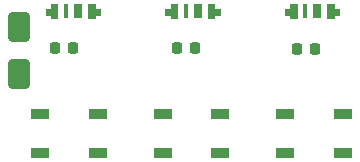
<source format=gbr>
%TF.GenerationSoftware,KiCad,Pcbnew,(7.0.0)*%
%TF.CreationDate,2023-02-28T21:07:10-08:00*%
%TF.ProjectId,semiactive,73656d69-6163-4746-9976-652e6b696361,rev?*%
%TF.SameCoordinates,Original*%
%TF.FileFunction,Paste,Top*%
%TF.FilePolarity,Positive*%
%FSLAX46Y46*%
G04 Gerber Fmt 4.6, Leading zero omitted, Abs format (unit mm)*
G04 Created by KiCad (PCBNEW (7.0.0)) date 2023-02-28 21:07:10*
%MOMM*%
%LPD*%
G01*
G04 APERTURE LIST*
G04 Aperture macros list*
%AMRoundRect*
0 Rectangle with rounded corners*
0 $1 Rounding radius*
0 $2 $3 $4 $5 $6 $7 $8 $9 X,Y pos of 4 corners*
0 Add a 4 corners polygon primitive as box body*
4,1,4,$2,$3,$4,$5,$6,$7,$8,$9,$2,$3,0*
0 Add four circle primitives for the rounded corners*
1,1,$1+$1,$2,$3*
1,1,$1+$1,$4,$5*
1,1,$1+$1,$6,$7*
1,1,$1+$1,$8,$9*
0 Add four rect primitives between the rounded corners*
20,1,$1+$1,$2,$3,$4,$5,0*
20,1,$1+$1,$4,$5,$6,$7,0*
20,1,$1+$1,$6,$7,$8,$9,0*
20,1,$1+$1,$8,$9,$2,$3,0*%
G04 Aperture macros list end*
%ADD10C,0.010000*%
%ADD11RoundRect,0.225000X0.225000X0.250000X-0.225000X0.250000X-0.225000X-0.250000X0.225000X-0.250000X0*%
%ADD12R,0.700000X1.200000*%
%ADD13R,0.450000X1.200000*%
%ADD14R,1.500000X0.900000*%
%ADD15RoundRect,0.250000X0.650000X-1.000000X0.650000X1.000000X-0.650000X1.000000X-0.650000X-1.000000X0*%
G04 APERTURE END LIST*
%TO.C,D3*%
G36*
X167699800Y-43224400D02*
G01*
X167149800Y-43224400D01*
X167149800Y-42974400D01*
X166699800Y-42974400D01*
X166699800Y-42424400D01*
X167149800Y-42424400D01*
X167149800Y-42024400D01*
X167699800Y-42024400D01*
X167699800Y-43224400D01*
G37*
D10*
X167699800Y-43224400D02*
X167149800Y-43224400D01*
X167149800Y-42974400D01*
X166699800Y-42974400D01*
X166699800Y-42424400D01*
X167149800Y-42424400D01*
X167149800Y-42024400D01*
X167699800Y-42024400D01*
X167699800Y-43224400D01*
G36*
X170849800Y-42424400D02*
G01*
X171299800Y-42424400D01*
X171299800Y-42974400D01*
X170849800Y-42974400D01*
X170849800Y-43224400D01*
X170299800Y-43224400D01*
X170299800Y-42024400D01*
X170849800Y-42024400D01*
X170849800Y-42424400D01*
G37*
X170849800Y-42424400D02*
X171299800Y-42424400D01*
X171299800Y-42974400D01*
X170849800Y-42974400D01*
X170849800Y-43224400D01*
X170299800Y-43224400D01*
X170299800Y-42024400D01*
X170849800Y-42024400D01*
X170849800Y-42424400D01*
%TO.C,D1*%
G36*
X187956800Y-43224400D02*
G01*
X187406800Y-43224400D01*
X187406800Y-42974400D01*
X186956800Y-42974400D01*
X186956800Y-42424400D01*
X187406800Y-42424400D01*
X187406800Y-42024400D01*
X187956800Y-42024400D01*
X187956800Y-43224400D01*
G37*
X187956800Y-43224400D02*
X187406800Y-43224400D01*
X187406800Y-42974400D01*
X186956800Y-42974400D01*
X186956800Y-42424400D01*
X187406800Y-42424400D01*
X187406800Y-42024400D01*
X187956800Y-42024400D01*
X187956800Y-43224400D01*
G36*
X191106800Y-42424400D02*
G01*
X191556800Y-42424400D01*
X191556800Y-42974400D01*
X191106800Y-42974400D01*
X191106800Y-43224400D01*
X190556800Y-43224400D01*
X190556800Y-42024400D01*
X191106800Y-42024400D01*
X191106800Y-42424400D01*
G37*
X191106800Y-42424400D02*
X191556800Y-42424400D01*
X191556800Y-42974400D01*
X191106800Y-42974400D01*
X191106800Y-43224400D01*
X190556800Y-43224400D01*
X190556800Y-42024400D01*
X191106800Y-42024400D01*
X191106800Y-42424400D01*
%TO.C,D2*%
G36*
X177828300Y-43224400D02*
G01*
X177278300Y-43224400D01*
X177278300Y-42974400D01*
X176828300Y-42974400D01*
X176828300Y-42424400D01*
X177278300Y-42424400D01*
X177278300Y-42024400D01*
X177828300Y-42024400D01*
X177828300Y-43224400D01*
G37*
X177828300Y-43224400D02*
X177278300Y-43224400D01*
X177278300Y-42974400D01*
X176828300Y-42974400D01*
X176828300Y-42424400D01*
X177278300Y-42424400D01*
X177278300Y-42024400D01*
X177828300Y-42024400D01*
X177828300Y-43224400D01*
G36*
X180978300Y-42424400D02*
G01*
X181428300Y-42424400D01*
X181428300Y-42974400D01*
X180978300Y-42974400D01*
X180978300Y-43224400D01*
X180428300Y-43224400D01*
X180428300Y-42024400D01*
X180978300Y-42024400D01*
X180978300Y-42424400D01*
G37*
X180978300Y-42424400D02*
X181428300Y-42424400D01*
X181428300Y-42974400D01*
X180978300Y-42974400D01*
X180978300Y-43224400D01*
X180428300Y-43224400D01*
X180428300Y-42024400D01*
X180978300Y-42024400D01*
X180978300Y-42424400D01*
%TD*%
D11*
%TO.C,C1*%
X169050000Y-45720000D03*
X167500000Y-45720000D03*
%TD*%
D12*
%TO.C,D3*%
X169449799Y-42624399D03*
D13*
X168424799Y-42624399D03*
%TD*%
D12*
%TO.C,D1*%
X189706799Y-42624399D03*
D13*
X188681799Y-42624399D03*
%TD*%
D11*
%TO.C,C3*%
X189497000Y-45847000D03*
X187947000Y-45847000D03*
%TD*%
D14*
%TO.C,D4*%
X191896999Y-54633999D03*
X191896999Y-51333999D03*
X186996999Y-51333999D03*
X186996999Y-54633999D03*
%TD*%
D11*
%TO.C,C2*%
X179337000Y-45720000D03*
X177787000Y-45720000D03*
%TD*%
D12*
%TO.C,D2*%
X179578299Y-42624399D03*
D13*
X178553299Y-42624399D03*
%TD*%
D14*
%TO.C,D6*%
X171105999Y-54633999D03*
X171105999Y-51333999D03*
X166205999Y-51333999D03*
X166205999Y-54633999D03*
%TD*%
%TO.C,D5*%
X181501499Y-54633999D03*
X181501499Y-51333999D03*
X176601499Y-51333999D03*
X176601499Y-54633999D03*
%TD*%
D15*
%TO.C,D7*%
X164465000Y-47974000D03*
X164465000Y-43974000D03*
%TD*%
M02*

</source>
